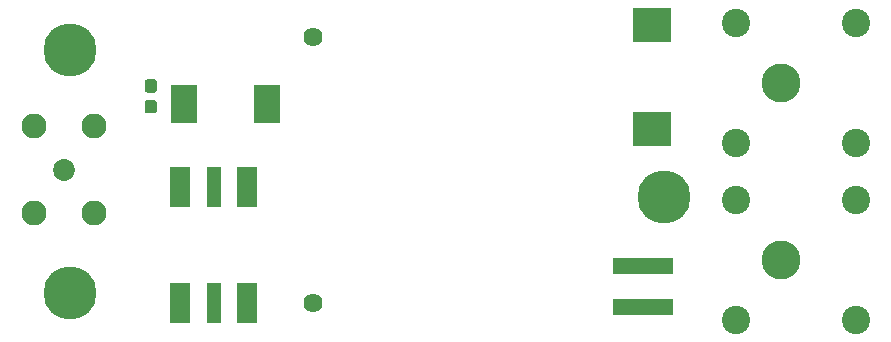
<source format=gts>
G04 #@! TF.GenerationSoftware,KiCad,Pcbnew,(5.1.6-0)*
G04 #@! TF.CreationDate,2022-02-03T18:07:08-05:00*
G04 #@! TF.ProjectId,HPF_test_01,4850465f-7465-4737-945f-30312e6b6963,rev?*
G04 #@! TF.SameCoordinates,Original*
G04 #@! TF.FileFunction,Soldermask,Top*
G04 #@! TF.FilePolarity,Negative*
%FSLAX46Y46*%
G04 Gerber Fmt 4.6, Leading zero omitted, Abs format (unit mm)*
G04 Created by KiCad (PCBNEW (5.1.6-0)) date 2022-02-03 18:07:08*
%MOMM*%
%LPD*%
G01*
G04 APERTURE LIST*
%ADD10R,1.720000X3.475000*%
%ADD11R,1.300000X3.475000*%
%ADD12C,1.624000*%
%ADD13C,4.500000*%
%ADD14C,2.400000*%
%ADD15C,3.300000*%
%ADD16R,5.100000X1.400000*%
%ADD17R,3.300000X2.850000*%
%ADD18C,2.125000*%
%ADD19C,1.855000*%
%ADD20R,2.300000X3.250000*%
G04 APERTURE END LIST*
D10*
X115616000Y-90340000D03*
D11*
X112776000Y-90340000D03*
D10*
X109936000Y-90340000D03*
X109936000Y-100160000D03*
D11*
X112776000Y-100160000D03*
D10*
X115616000Y-100160000D03*
D12*
X121190000Y-77650000D03*
X121190000Y-100150000D03*
D13*
X100584000Y-99314000D03*
X100584000Y-78740000D03*
X150876000Y-91186000D03*
D14*
X167142000Y-76454000D03*
X167142000Y-86614000D03*
X156982000Y-86614000D03*
X156982000Y-76454000D03*
D15*
X160782000Y-81534000D03*
D14*
X167142000Y-91440000D03*
X167142000Y-101600000D03*
X156982000Y-101600000D03*
X156982000Y-91440000D03*
D15*
X160782000Y-96520000D03*
D16*
X149098000Y-100556000D03*
X149098000Y-97056000D03*
D17*
X149860000Y-76626000D03*
X149860000Y-85426000D03*
D18*
X97536000Y-85200000D03*
X102616000Y-85200000D03*
X102616000Y-92600000D03*
X97536000Y-92600000D03*
D19*
X100076000Y-88900000D03*
D20*
X117292000Y-83312000D03*
X110292000Y-83312000D03*
G36*
G01*
X107179500Y-82991000D02*
X107704500Y-82991000D01*
G75*
G02*
X107967000Y-83253500I0J-262500D01*
G01*
X107967000Y-83878500D01*
G75*
G02*
X107704500Y-84141000I-262500J0D01*
G01*
X107179500Y-84141000D01*
G75*
G02*
X106917000Y-83878500I0J262500D01*
G01*
X106917000Y-83253500D01*
G75*
G02*
X107179500Y-82991000I262500J0D01*
G01*
G37*
G36*
G01*
X107179500Y-81241000D02*
X107704500Y-81241000D01*
G75*
G02*
X107967000Y-81503500I0J-262500D01*
G01*
X107967000Y-82128500D01*
G75*
G02*
X107704500Y-82391000I-262500J0D01*
G01*
X107179500Y-82391000D01*
G75*
G02*
X106917000Y-82128500I0J262500D01*
G01*
X106917000Y-81503500D01*
G75*
G02*
X107179500Y-81241000I262500J0D01*
G01*
G37*
M02*

</source>
